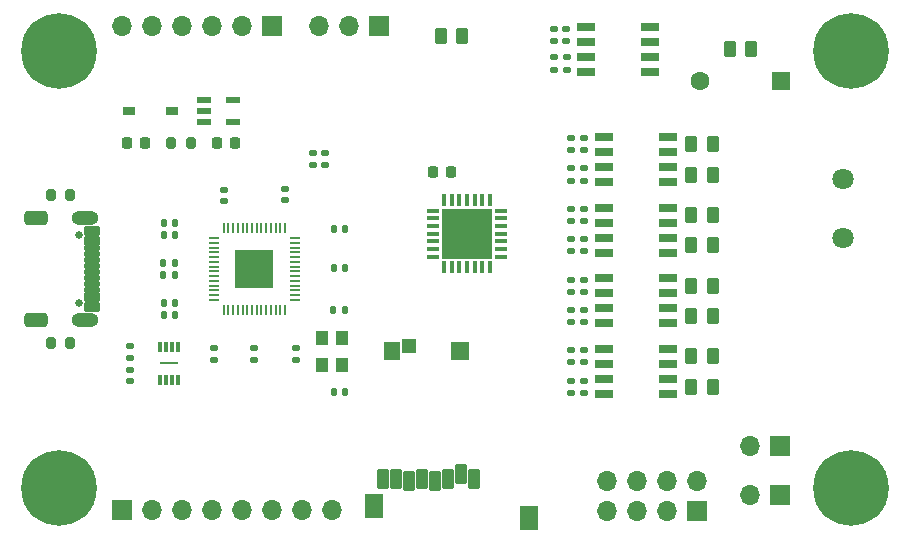
<source format=gts>
%TF.GenerationSoftware,KiCad,Pcbnew,7.0.10*%
%TF.CreationDate,2024-06-27T09:55:29+02:00*%
%TF.ProjectId,SolarCurveTracer,536f6c61-7243-4757-9276-655472616365,v1.1*%
%TF.SameCoordinates,Original*%
%TF.FileFunction,Soldermask,Top*%
%TF.FilePolarity,Negative*%
%FSLAX46Y46*%
G04 Gerber Fmt 4.6, Leading zero omitted, Abs format (unit mm)*
G04 Created by KiCad (PCBNEW 7.0.10) date 2024-06-27 09:55:29*
%MOMM*%
%LPD*%
G01*
G04 APERTURE LIST*
G04 Aperture macros list*
%AMRoundRect*
0 Rectangle with rounded corners*
0 $1 Rounding radius*
0 $2 $3 $4 $5 $6 $7 $8 $9 X,Y pos of 4 corners*
0 Add a 4 corners polygon primitive as box body*
4,1,4,$2,$3,$4,$5,$6,$7,$8,$9,$2,$3,0*
0 Add four circle primitives for the rounded corners*
1,1,$1+$1,$2,$3*
1,1,$1+$1,$4,$5*
1,1,$1+$1,$6,$7*
1,1,$1+$1,$8,$9*
0 Add four rect primitives between the rounded corners*
20,1,$1+$1,$2,$3,$4,$5,0*
20,1,$1+$1,$4,$5,$6,$7,0*
20,1,$1+$1,$6,$7,$8,$9,0*
20,1,$1+$1,$8,$9,$2,$3,0*%
G04 Aperture macros list end*
%ADD10RoundRect,0.140000X-0.140000X-0.170000X0.140000X-0.170000X0.140000X0.170000X-0.140000X0.170000X0*%
%ADD11RoundRect,0.135000X0.185000X-0.135000X0.185000X0.135000X-0.185000X0.135000X-0.185000X-0.135000X0*%
%ADD12RoundRect,0.250000X-0.262500X-0.450000X0.262500X-0.450000X0.262500X0.450000X-0.262500X0.450000X0*%
%ADD13RoundRect,0.225000X0.225000X0.250000X-0.225000X0.250000X-0.225000X-0.250000X0.225000X-0.250000X0*%
%ADD14RoundRect,0.102000X-0.700000X-0.950000X0.700000X-0.950000X0.700000X0.950000X-0.700000X0.950000X0*%
%ADD15RoundRect,0.102000X-0.600000X-0.700000X0.600000X-0.700000X0.600000X0.700000X-0.600000X0.700000X0*%
%ADD16RoundRect,0.102000X-0.650000X-0.700000X0.650000X-0.700000X0.650000X0.700000X-0.650000X0.700000X0*%
%ADD17RoundRect,0.102000X-0.400000X-0.750000X0.400000X-0.750000X0.400000X0.750000X-0.400000X0.750000X0*%
%ADD18RoundRect,0.102000X-0.500000X-0.520000X0.500000X-0.520000X0.500000X0.520000X-0.500000X0.520000X0*%
%ADD19R,1.050000X0.750000*%
%ADD20R,0.300000X0.900000*%
%ADD21R,1.650000X0.250000*%
%ADD22R,1.525000X0.700000*%
%ADD23C,6.400000*%
%ADD24RoundRect,0.140000X0.170000X-0.140000X0.170000X0.140000X-0.170000X0.140000X-0.170000X-0.140000X0*%
%ADD25RoundRect,0.135000X-0.185000X0.135000X-0.185000X-0.135000X0.185000X-0.135000X0.185000X0.135000X0*%
%ADD26RoundRect,0.140000X-0.170000X0.140000X-0.170000X-0.140000X0.170000X-0.140000X0.170000X0.140000X0*%
%ADD27R,1.200000X0.600000*%
%ADD28RoundRect,0.135000X0.135000X0.185000X-0.135000X0.185000X-0.135000X-0.185000X0.135000X-0.185000X0*%
%ADD29C,0.650000*%
%ADD30RoundRect,0.102000X-0.575000X0.300000X-0.575000X-0.300000X0.575000X-0.300000X0.575000X0.300000X0*%
%ADD31RoundRect,0.102000X-0.575000X0.150000X-0.575000X-0.150000X0.575000X-0.150000X0.575000X0.150000X0*%
%ADD32O,2.304000X1.204000*%
%ADD33RoundRect,0.301000X-0.701000X0.301000X-0.701000X-0.301000X0.701000X-0.301000X0.701000X0.301000X0*%
%ADD34RoundRect,0.140000X0.140000X0.170000X-0.140000X0.170000X-0.140000X-0.170000X0.140000X-0.170000X0*%
%ADD35RoundRect,0.200000X-0.200000X-0.275000X0.200000X-0.275000X0.200000X0.275000X-0.200000X0.275000X0*%
%ADD36R,0.350000X1.050000*%
%ADD37R,1.050000X0.350000*%
%ADD38R,4.200000X4.200000*%
%ADD39R,1.050000X1.300000*%
%ADD40RoundRect,0.050000X0.050000X-0.387500X0.050000X0.387500X-0.050000X0.387500X-0.050000X-0.387500X0*%
%ADD41RoundRect,0.050000X0.387500X-0.050000X0.387500X0.050000X-0.387500X0.050000X-0.387500X-0.050000X0*%
%ADD42R,3.200000X3.200000*%
%ADD43RoundRect,0.135000X-0.135000X-0.185000X0.135000X-0.185000X0.135000X0.185000X-0.135000X0.185000X0*%
%ADD44RoundRect,0.200000X0.200000X0.275000X-0.200000X0.275000X-0.200000X-0.275000X0.200000X-0.275000X0*%
%ADD45R,1.700000X1.700000*%
%ADD46O,1.700000X1.700000*%
%ADD47C,1.803400*%
%ADD48R,1.600000X1.600000*%
%ADD49C,1.600000*%
G04 APERTURE END LIST*
D10*
X137220000Y-99100000D03*
X138180000Y-99100000D03*
D11*
X158400000Y-92410000D03*
X158400000Y-91390000D03*
D12*
X146287500Y-82800000D03*
X148112500Y-82800000D03*
D13*
X147175000Y-94300000D03*
X145625000Y-94300000D03*
D14*
X140610000Y-122550000D03*
X153760000Y-123550000D03*
D15*
X142150000Y-109400000D03*
D16*
X147900000Y-109400000D03*
D17*
X149090000Y-120260000D03*
X147990000Y-119860000D03*
X146890000Y-120260000D03*
X145790000Y-120460000D03*
X144690000Y-120260000D03*
X143590000Y-120460000D03*
X142490000Y-120260000D03*
X141390000Y-120260000D03*
D18*
X143600000Y-109030000D03*
D11*
X157300000Y-113010000D03*
X157300000Y-111990000D03*
D19*
X123500000Y-89100000D03*
X119900000Y-89100000D03*
D20*
X122500000Y-111900000D03*
X123000000Y-111900000D03*
X123500000Y-111900000D03*
X124000000Y-111900000D03*
X124000000Y-109100000D03*
X123500000Y-109100000D03*
X123000000Y-109100000D03*
X122500000Y-109100000D03*
D21*
X123250000Y-110500000D03*
D11*
X135500000Y-93710000D03*
X135500000Y-92690000D03*
D22*
X160088000Y-97295000D03*
X160088000Y-98565000D03*
X160088000Y-99835000D03*
X160088000Y-101105000D03*
X165512000Y-101105000D03*
X165512000Y-99835000D03*
X165512000Y-98565000D03*
X165512000Y-97295000D03*
D12*
X167487500Y-112500000D03*
X169312500Y-112500000D03*
D23*
X114000000Y-84000000D03*
D22*
X160088000Y-91295000D03*
X160088000Y-92565000D03*
X160088000Y-93835000D03*
X160088000Y-95105000D03*
X165512000Y-95105000D03*
X165512000Y-93835000D03*
X165512000Y-92565000D03*
X165512000Y-91295000D03*
D11*
X157300000Y-98410000D03*
X157300000Y-97390000D03*
D12*
X167487500Y-100500000D03*
X169312500Y-100500000D03*
D24*
X127900000Y-96780000D03*
X127900000Y-95820000D03*
D11*
X158400000Y-95010000D03*
X158400000Y-93990000D03*
X158400000Y-101010000D03*
X158400000Y-99990000D03*
D25*
X155900000Y-84590000D03*
X155900000Y-85610000D03*
D26*
X134000000Y-109220000D03*
X134000000Y-110180000D03*
D12*
X170737500Y-83850000D03*
X172562500Y-83850000D03*
D23*
X181000000Y-121000000D03*
D22*
X160088000Y-103295000D03*
X160088000Y-104565000D03*
X160088000Y-105835000D03*
X160088000Y-107105000D03*
X165512000Y-107105000D03*
X165512000Y-105835000D03*
X165512000Y-104565000D03*
X165512000Y-103295000D03*
D27*
X126200000Y-88150000D03*
X126200000Y-89100000D03*
X126200000Y-90050000D03*
X128700000Y-90050000D03*
X128700000Y-88150000D03*
D28*
X123810000Y-102000000D03*
X122790000Y-102000000D03*
D29*
X115680000Y-99610000D03*
X115680000Y-105390000D03*
D30*
X116755000Y-99300000D03*
X116755000Y-100100000D03*
D31*
X116755000Y-101250000D03*
X116755000Y-102250000D03*
X116755000Y-102750000D03*
X116755000Y-103750000D03*
D30*
X116755000Y-105700000D03*
X116755000Y-104900000D03*
D31*
X116755000Y-104250000D03*
X116755000Y-103250000D03*
X116755000Y-101750000D03*
X116755000Y-100750000D03*
D32*
X116180000Y-98180000D03*
X116180000Y-106820000D03*
D33*
X112000000Y-98180000D03*
X112000000Y-106820000D03*
D12*
X167487500Y-91900000D03*
X169312500Y-91900000D03*
D11*
X158400000Y-113010000D03*
X158400000Y-111990000D03*
X157300000Y-110410000D03*
X157300000Y-109390000D03*
D12*
X167487500Y-94500000D03*
X169312500Y-94500000D03*
D34*
X123780000Y-99600000D03*
X122820000Y-99600000D03*
D35*
X113275000Y-96200000D03*
X114925000Y-96200000D03*
D12*
X167487500Y-106500000D03*
X169312500Y-106500000D03*
D26*
X130500000Y-109220000D03*
X130500000Y-110180000D03*
D34*
X123780000Y-105400000D03*
X122820000Y-105400000D03*
D22*
X160088000Y-109295000D03*
X160088000Y-110565000D03*
X160088000Y-111835000D03*
X160088000Y-113105000D03*
X165512000Y-113105000D03*
X165512000Y-111835000D03*
X165512000Y-110565000D03*
X165512000Y-109295000D03*
D36*
X150450000Y-96650000D03*
X149800000Y-96650000D03*
X149150000Y-96650000D03*
X148500000Y-96650000D03*
X147850000Y-96650000D03*
X147200000Y-96650000D03*
X146550000Y-96650000D03*
D37*
X145650000Y-97550000D03*
X145650000Y-98200000D03*
X145650000Y-98850000D03*
X145650000Y-99500000D03*
X145650000Y-100150000D03*
X145650000Y-100800000D03*
X145650000Y-101450000D03*
D36*
X146550000Y-102350000D03*
X147200000Y-102350000D03*
X147850000Y-102350000D03*
X148500000Y-102350000D03*
X149150000Y-102350000D03*
X149800000Y-102350000D03*
X150450000Y-102350000D03*
D37*
X151350000Y-101450000D03*
X151350000Y-100800000D03*
X151350000Y-100150000D03*
X151350000Y-99500000D03*
X151350000Y-98850000D03*
X151350000Y-98200000D03*
X151350000Y-97550000D03*
D38*
X148500000Y-99500000D03*
D10*
X137220000Y-102400000D03*
X138180000Y-102400000D03*
D11*
X158400000Y-104410000D03*
X158400000Y-103390000D03*
D34*
X123780000Y-98600000D03*
X122820000Y-98600000D03*
D11*
X158400000Y-98410000D03*
X158400000Y-97390000D03*
X155900000Y-83210000D03*
X155900000Y-82190000D03*
X157300000Y-95010000D03*
X157300000Y-93990000D03*
X157300000Y-104410000D03*
X157300000Y-103390000D03*
D34*
X123780000Y-106400000D03*
X122820000Y-106400000D03*
D26*
X127100000Y-109220000D03*
X127100000Y-110180000D03*
D35*
X113275000Y-108800000D03*
X114925000Y-108800000D03*
D39*
X137950000Y-110600000D03*
X137950000Y-108300000D03*
X136200000Y-108300000D03*
X136200000Y-110600000D03*
D12*
X167487500Y-97900000D03*
X169312500Y-97900000D03*
D28*
X123810000Y-103000000D03*
X122790000Y-103000000D03*
D23*
X114000000Y-121000000D03*
D13*
X121275000Y-91800000D03*
X119725000Y-91800000D03*
D12*
X167487500Y-103900000D03*
X169312500Y-103900000D03*
D26*
X120000000Y-111040000D03*
X120000000Y-112000000D03*
D11*
X157300000Y-101010000D03*
X157300000Y-99990000D03*
X157300000Y-107010000D03*
X157300000Y-105990000D03*
X158400000Y-107010000D03*
X158400000Y-105990000D03*
D40*
X127900000Y-105937500D03*
X128300000Y-105937500D03*
X128700000Y-105937500D03*
X129100000Y-105937500D03*
X129500000Y-105937500D03*
X129900000Y-105937500D03*
X130300000Y-105937500D03*
X130700000Y-105937500D03*
X131100000Y-105937500D03*
X131500000Y-105937500D03*
X131900000Y-105937500D03*
X132300000Y-105937500D03*
X132700000Y-105937500D03*
X133100000Y-105937500D03*
D41*
X133937500Y-105100000D03*
X133937500Y-104700000D03*
X133937500Y-104300000D03*
X133937500Y-103900000D03*
X133937500Y-103500000D03*
X133937500Y-103100000D03*
X133937500Y-102700000D03*
X133937500Y-102300000D03*
X133937500Y-101900000D03*
X133937500Y-101500000D03*
X133937500Y-101100000D03*
X133937500Y-100700000D03*
X133937500Y-100300000D03*
X133937500Y-99900000D03*
D40*
X133100000Y-99062500D03*
X132700000Y-99062500D03*
X132300000Y-99062500D03*
X131900000Y-99062500D03*
X131500000Y-99062500D03*
X131100000Y-99062500D03*
X130700000Y-99062500D03*
X130300000Y-99062500D03*
X129900000Y-99062500D03*
X129500000Y-99062500D03*
X129100000Y-99062500D03*
X128700000Y-99062500D03*
X128300000Y-99062500D03*
X127900000Y-99062500D03*
D41*
X127062500Y-99900000D03*
X127062500Y-100300000D03*
X127062500Y-100700000D03*
X127062500Y-101100000D03*
X127062500Y-101500000D03*
X127062500Y-101900000D03*
X127062500Y-102300000D03*
X127062500Y-102700000D03*
X127062500Y-103100000D03*
X127062500Y-103500000D03*
X127062500Y-103900000D03*
X127062500Y-104300000D03*
X127062500Y-104700000D03*
X127062500Y-105100000D03*
D42*
X130500000Y-102500000D03*
D43*
X137190000Y-106000000D03*
X138210000Y-106000000D03*
D11*
X156900000Y-83210000D03*
X156900000Y-82190000D03*
D22*
X158588000Y-81995000D03*
X158588000Y-83265000D03*
X158588000Y-84535000D03*
X158588000Y-85805000D03*
X164012000Y-85805000D03*
X164012000Y-84535000D03*
X164012000Y-83265000D03*
X164012000Y-81995000D03*
D24*
X133100000Y-96680000D03*
X133100000Y-95720000D03*
D11*
X157300000Y-92410000D03*
X157300000Y-91390000D03*
D12*
X167487500Y-109900000D03*
X169312500Y-109900000D03*
D11*
X158400000Y-110410000D03*
X158400000Y-109390000D03*
D34*
X138180000Y-112900000D03*
X137220000Y-112900000D03*
D13*
X128875000Y-91800000D03*
X127325000Y-91800000D03*
D44*
X125125000Y-91800000D03*
X123475000Y-91800000D03*
D24*
X120000000Y-110000000D03*
X120000000Y-109040000D03*
D11*
X157000000Y-85610000D03*
X157000000Y-84590000D03*
X136500000Y-93710000D03*
X136500000Y-92690000D03*
D23*
X181000000Y-84000000D03*
D45*
X168000000Y-122975000D03*
D46*
X168000000Y-120435000D03*
X165460000Y-122975000D03*
X165460000Y-120435000D03*
X162920000Y-122975000D03*
X162920000Y-120435000D03*
X160380000Y-122975000D03*
X160380000Y-120435000D03*
D45*
X119325000Y-122925000D03*
D46*
X121865000Y-122925000D03*
X124405000Y-122925000D03*
X126945000Y-122925000D03*
X129485000Y-122925000D03*
X132025000Y-122925000D03*
X134565000Y-122925000D03*
X137105000Y-122925000D03*
D47*
X180300000Y-94900000D03*
X180300000Y-99900000D03*
D45*
X174975000Y-117500000D03*
D46*
X172435000Y-117500000D03*
D45*
X141025000Y-81900000D03*
D46*
X138485000Y-81900000D03*
X135945000Y-81900000D03*
D45*
X131980000Y-81900000D03*
D46*
X129440000Y-81900000D03*
X126900000Y-81900000D03*
X124360000Y-81900000D03*
X121820000Y-81900000D03*
X119280000Y-81900000D03*
D45*
X174975000Y-121600000D03*
D46*
X172435000Y-121600000D03*
D48*
X175050000Y-86600000D03*
D49*
X168250000Y-86600000D03*
M02*

</source>
